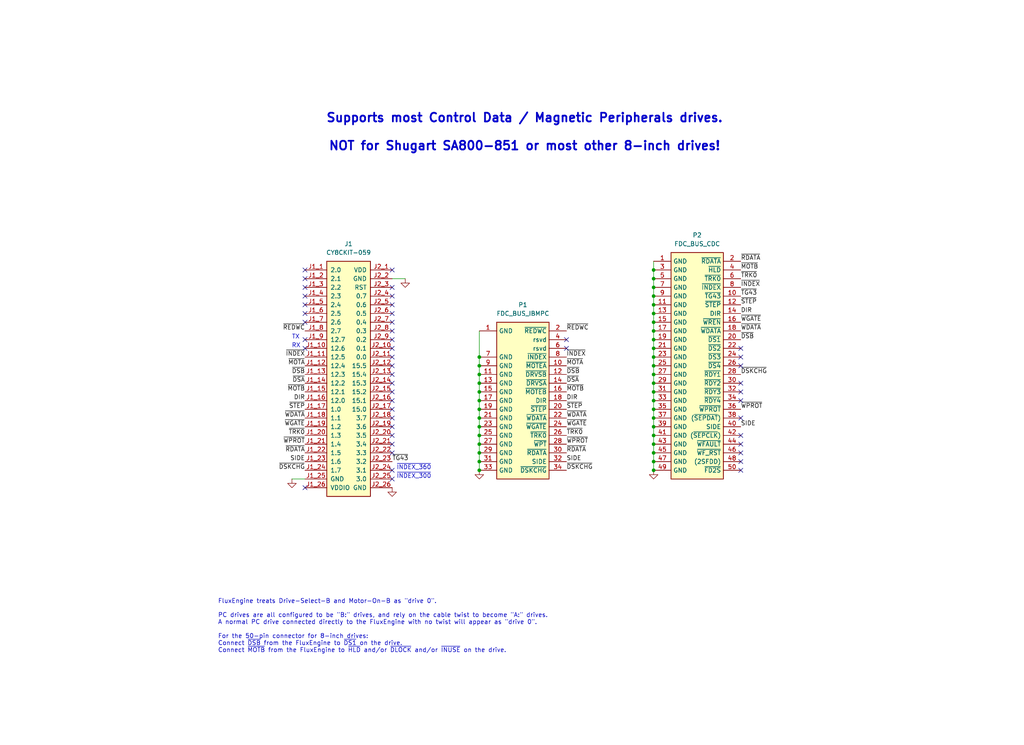
<source format=kicad_sch>
(kicad_sch (version 20231120) (generator "eeschema") (generator_version "8.0")
  (paper "User" 298.45 217.322)
  (title_block (title "FluxEngine_Hat for PC and CDC/MPI") (date "2024-04-25") (rev "002") (company "Brian K. White - b.kenyon.w@gmail.com") (comment 1 "CC BY-SA") (comment 2 "github.com/bkw777/FluxEngine_Kit"))
  (lib_symbols
    (symbol "000_LOCAL:CY8CKIT-059" (pin_names (offset 1.016))
      (property "Reference" "J" (at 0 34.29 0))
      (property "Value" "CY8CKIT-059" (at 0 -37.084 0))
      (symbol "CY8CKIT-059_1_1"
        (rectangle (start -6.35 33.02) (end 6.35 -35.56) (stroke (width 0.254)) (fill (type background)))
        (pin passive line (at -12.7 30.48 0) (length 6.35) (name "2.0") (number "J1_1"))
        (pin passive line (at -12.7 7.62 0) (length 6.35) (name "12.6") (number "J1_10"))
        (pin passive line (at -12.7 5.08 0) (length 6.35) (name "12.5") (number "J1_11"))
        (pin passive line (at -12.7 2.54 0) (length 6.35) (name "12.4") (number "J1_12"))
        (pin passive line (at -12.7 0 0) (length 6.35) (name "12.3") (number "J1_13"))
        (pin passive line (at -12.7 -2.54 0) (length 6.35) (name "12.2") (number "J1_14"))
        (pin passive line (at -12.7 -5.08 0) (length 6.35) (name "12.1") (number "J1_15"))
        (pin passive line (at -12.7 -7.62 0) (length 6.35) (name "12.0") (number "J1_16"))
        (pin passive line (at -12.7 -10.16 0) (length 6.35) (name "1.0") (number "J1_17"))
        (pin passive line (at -12.7 -12.7 0) (length 6.35) (name "1.1") (number "J1_18"))
        (pin passive line (at -12.7 -15.24 0) (length 6.35) (name "1.2") (number "J1_19"))
        (pin passive line (at -12.7 27.94 0) (length 6.35) (name "2.1") (number "J1_2"))
        (pin passive line (at -12.7 -17.78 0) (length 6.35) (name "1.3") (number "J1_20"))
        (pin passive line (at -12.7 -20.32 0) (length 6.35) (name "1.4") (number "J1_21"))
        (pin passive line (at -12.7 -22.86 0) (length 6.35) (name "1.5") (number "J1_22"))
        (pin passive line (at -12.7 -25.4 0) (length 6.35) (name "1.6") (number "J1_23"))
        (pin passive line (at -12.7 -27.94 0) (length 6.35) (name "1.7") (number "J1_24"))
        (pin passive line (at -12.7 -30.48 0) (length 6.35) (name "GND") (number "J1_25"))
        (pin passive line (at -12.7 -33.02 0) (length 6.35) (name "VDDIO") (number "J1_26"))
        (pin passive line (at -12.7 25.4 0) (length 6.35) (name "2.2") (number "J1_3"))
        (pin passive line (at -12.7 22.86 0) (length 6.35) (name "2.3") (number "J1_4"))
        (pin passive line (at -12.7 20.32 0) (length 6.35) (name "2.4") (number "J1_5"))
        (pin passive line (at -12.7 17.78 0) (length 6.35) (name "2.5") (number "J1_6"))
        (pin passive line (at -12.7 15.24 0) (length 6.35) (name "2.6") (number "J1_7"))
        (pin passive line (at -12.7 12.7 0) (length 6.35) (name "2.7") (number "J1_8"))
        (pin passive line (at -12.7 10.16 0) (length 6.35) (name "12.7") (number "J1_9"))
        (pin passive line (at 12.7 30.48 180) (length 6.35) (name "VDD") (number "J2_1"))
        (pin passive line (at 12.7 7.62 180) (length 6.35) (name "0.1") (number "J2_10"))
        (pin passive line (at 12.7 5.08 180) (length 6.35) (name "0.0") (number "J2_11"))
        (pin passive line (at 12.7 2.54 180) (length 6.35) (name "15.5") (number "J2_12"))
        (pin passive line (at 12.7 0 180) (length 6.35) (name "15.4") (number "J2_13"))
        (pin passive line (at 12.7 -2.54 180) (length 6.35) (name "15.3") (number "J2_14"))
        (pin passive line (at 12.7 -5.08 180) (length 6.35) (name "15.2") (number "J2_15"))
        (pin passive line (at 12.7 -7.62 180) (length 6.35) (name "15.1") (number "J2_16"))
        (pin passive line (at 12.7 -10.16 180) (length 6.35) (name "15.0") (number "J2_17"))
        (pin passive line (at 12.7 -12.7 180) (length 6.35) (name "3.7") (number "J2_18"))
        (pin passive line (at 12.7 -15.24 180) (length 6.35) (name "3.6") (number "J2_19"))
        (pin passive line (at 12.7 27.94 180) (length 6.35) (name "GND") (number "J2_2"))
        (pin passive line (at 12.7 -17.78 180) (length 6.35) (name "3.5") (number "J2_20"))
        (pin passive line (at 12.7 -20.32 180) (length 6.35) (name "3.4") (number "J2_21"))
        (pin passive line (at 12.7 -22.86 180) (length 6.35) (name "3.3") (number "J2_22"))
        (pin passive line (at 12.7 -25.4 180) (length 6.35) (name "3.2") (number "J2_23"))
        (pin passive line (at 12.7 -27.94 180) (length 6.35) (name "3.1") (number "J2_24"))
        (pin passive line (at 12.7 -30.48 180) (length 6.35) (name "3.0") (number "J2_25"))
        (pin passive line (at 12.7 -33.02 180) (length 6.35) (name "GND") (number "J2_26"))
        (pin passive line (at 12.7 25.4 180) (length 6.35) (name "RST") (number "J2_3"))
        (pin passive line (at 12.7 22.86 180) (length 6.35) (name "0.7") (number "J2_4"))
        (pin passive line (at 12.7 20.32 180) (length 6.35) (name "0.6") (number "J2_5"))
        (pin passive line (at 12.7 17.78 180) (length 6.35) (name "0.5") (number "J2_6"))
        (pin passive line (at 12.7 15.24 180) (length 6.35) (name "0.4") (number "J2_7"))
        (pin passive line (at 12.7 12.7 180) (length 6.35) (name "0.3") (number "J2_8"))
        (pin passive line (at 12.7 10.16 180) (length 6.35) (name "0.2") (number "J2_9"))
      )
    )
    (symbol "000_LOCAL:FDC_BUS_CDC" (pin_names (offset 0.635))
      (property "Reference" "J" (at 0 31.75 0))
      (property "Value" "FDC_BUS_CDC" (at 0 -37.084 0))
      (symbol "FDC_BUS_CDC_1_1"
        (rectangle (start -7.62 30.48) (end 7.62 -35.56) (stroke (width 0.254)) (fill (type background)))
        (pin passive line (at -12.7 27.94 0) (length 5.08) (name "GND") (number "1"))
        (pin passive line (at 12.7 17.78 180) (length 5.08) (name "~{TG43}") (number "10"))
        (pin passive line (at -12.7 15.24 0) (length 5.08) (name "GND") (number "11"))
        (pin passive line (at 12.7 15.24 180) (length 5.08) (name "~{STEP}") (number "12"))
        (pin passive line (at -12.7 12.7 0) (length 5.08) (name "GND") (number "13"))
        (pin passive line (at 12.7 12.7 180) (length 5.08) (name "DIR") (number "14"))
        (pin passive line (at -12.7 10.16 0) (length 5.08) (name "GND") (number "15"))
        (pin passive line (at 12.7 10.16 180) (length 5.08) (name "~{WREN}") (number "16"))
        (pin passive line (at -12.7 7.62 0) (length 5.08) (name "GND") (number "17"))
        (pin passive line (at 12.7 7.62 180) (length 5.08) (name "~{WDATA}") (number "18"))
        (pin passive line (at -12.7 5.08 0) (length 5.08) (name "GND") (number "19"))
        (pin passive line (at 12.7 27.94 180) (length 5.08) (name "~{RDATA}") (number "2"))
        (pin passive line (at 12.7 5.08 180) (length 5.08) (name "~{DS1}") (number "20"))
        (pin passive line (at -12.7 2.54 0) (length 5.08) (name "GND") (number "21"))
        (pin passive line (at 12.7 2.54 180) (length 5.08) (name "~{DS2}") (number "22"))
        (pin passive line (at -12.7 0 0) (length 5.08) (name "GND") (number "23"))
        (pin passive line (at 12.7 0 180) (length 5.08) (name "~{DS3}") (number "24"))
        (pin passive line (at -12.7 -2.54 0) (length 5.08) (name "GND") (number "25"))
        (pin passive line (at 12.7 -2.54 180) (length 5.08) (name "~{DS4}") (number "26"))
        (pin passive line (at -12.7 -5.08 0) (length 5.08) (name "GND") (number "27"))
        (pin passive line (at 12.7 -5.08 180) (length 5.08) (name "~{RDY1}") (number "28"))
        (pin passive line (at -12.7 -7.62 0) (length 5.08) (name "GND") (number "29"))
        (pin passive line (at -12.7 25.4 0) (length 5.08) (name "GND") (number "3"))
        (pin passive line (at 12.7 -7.62 180) (length 5.08) (name "~{RDY2}") (number "30"))
        (pin passive line (at -12.7 -10.16 0) (length 5.08) (name "GND") (number "31"))
        (pin passive line (at 12.7 -10.16 180) (length 5.08) (name "~{RDY3}") (number "32"))
        (pin passive line (at -12.7 -12.7 0) (length 5.08) (name "GND") (number "33"))
        (pin passive line (at 12.7 -12.7 180) (length 5.08) (name "~{RDY4}") (number "34"))
        (pin passive line (at -12.7 -15.24 0) (length 5.08) (name "GND") (number "35"))
        (pin passive line (at 12.7 -15.24 180) (length 5.08) (name "~{WPROT}") (number "36"))
        (pin passive line (at -12.7 -17.78 0) (length 5.08) (name "GND") (number "37"))
        (pin passive line (at 12.7 -17.78 180) (length 5.08) (name "(~{SEPDAT})") (number "38"))
        (pin passive line (at -12.7 -20.32 0) (length 5.08) (name "GND") (number "39"))
        (pin passive line (at 12.7 25.4 180) (length 5.08) (name "~{HLD}") (number "4"))
        (pin passive line (at 12.7 -20.32 180) (length 5.08) (name "SIDE") (number "40"))
        (pin passive line (at -12.7 -22.86 0) (length 5.08) (name "GND") (number "41"))
        (pin passive line (at 12.7 -22.86 180) (length 5.08) (name "(~{SEPCLK})") (number "42"))
        (pin passive line (at -12.7 -25.4 0) (length 5.08) (name "GND") (number "43"))
        (pin passive line (at 12.7 -25.4 180) (length 5.08) (name "~{WFAULT}") (number "44"))
        (pin passive line (at -12.7 -27.94 0) (length 5.08) (name "GND") (number "45"))
        (pin passive line (at 12.7 -27.94 180) (length 5.08) (name "~{WF_RST}") (number "46"))
        (pin passive line (at -12.7 -30.48 0) (length 5.08) (name "GND") (number "47"))
        (pin passive line (at 12.7 -30.48 180) (length 5.08) (name "(2SFDD)") (number "48"))
        (pin passive line (at -12.7 -33.02 0) (length 5.08) (name "GND") (number "49"))
        (pin passive line (at -12.7 22.86 0) (length 5.08) (name "GND") (number "5"))
        (pin passive line (at 12.7 -33.02 180) (length 5.08) (name "~{FD2S}") (number "50"))
        (pin passive line (at 12.7 22.86 180) (length 5.08) (name "~{TRK0}") (number "6"))
        (pin passive line (at -12.7 20.32 0) (length 5.08) (name "GND") (number "7"))
        (pin passive line (at 12.7 20.32 180) (length 5.08) (name "~{INDEX}") (number "8"))
        (pin passive line (at -12.7 17.78 0) (length 5.08) (name "GND") (number "9"))
      )
    )
    (symbol "000_LOCAL:FDC_BUS_IBMPC" (pin_names (offset 0.635))
      (property "Reference" "J" (at 0 24.13 0))
      (property "Value" "FDC_BUS_IBMPC" (at 0 -24.13 0))
      (symbol "FDC_BUS_IBMPC_1_1"
        (rectangle (start -7.62 22.86) (end 7.62 -22.86) (stroke (width 0.254)) (fill (type background)))
        (pin passive line (at -12.7 20.32 0) (length 5.08) (name "GND") (number "1"))
        (pin passive line (at 12.7 10.16 180) (length 5.08) (name "~{MOTEA}") (number "10"))
        (pin passive line (at -12.7 7.62 0) (length 5.08) (name "GND") (number "11"))
        (pin passive line (at 12.7 7.62 180) (length 5.08) (name "~{DRVSB}") (number "12"))
        (pin passive line (at -12.7 5.08 0) (length 5.08) (name "GND") (number "13"))
        (pin passive line (at 12.7 5.08 180) (length 5.08) (name "~{DRVSA}") (number "14"))
        (pin passive line (at -12.7 2.54 0) (length 5.08) (name "GND") (number "15"))
        (pin passive line (at 12.7 2.54 180) (length 5.08) (name "~{MOTEB}") (number "16"))
        (pin passive line (at -12.7 0 0) (length 5.08) (name "GND") (number "17"))
        (pin passive line (at 12.7 0 180) (length 5.08) (name "DIR") (number "18"))
        (pin passive line (at -12.7 -2.54 0) (length 5.08) (name "GND") (number "19"))
        (pin passive line (at 12.7 20.32 180) (length 5.08) (name "~{REDWC}") (number "2"))
        (pin passive line (at 12.7 -2.54 180) (length 5.08) (name "~{STEP}") (number "20"))
        (pin passive line (at -12.7 -5.08 0) (length 5.08) (name "GND") (number "21"))
        (pin passive line (at 12.7 -5.08 180) (length 5.08) (name "~{WDATA}") (number "22"))
        (pin passive line (at -12.7 -7.62 0) (length 5.08) (name "GND") (number "23"))
        (pin passive line (at 12.7 -7.62 180) (length 5.08) (name "~{WGATE}") (number "24"))
        (pin passive line (at -12.7 -10.16 0) (length 5.08) (name "GND") (number "25"))
        (pin passive line (at 12.7 -10.16 180) (length 5.08) (name "~{TRK0}") (number "26"))
        (pin passive line (at -12.7 -12.7 0) (length 5.08) (name "GND") (number "27"))
        (pin passive line (at 12.7 -12.7 180) (length 5.08) (name "~{WPT}") (number "28"))
        (pin passive line (at -12.7 -15.24 0) (length 5.08) (name "GND") (number "29"))
        (pin passive line (at 12.7 -15.24 180) (length 5.08) (name "~{RDATA}") (number "30"))
        (pin passive line (at -12.7 -17.78 0) (length 5.08) (name "GND") (number "31"))
        (pin passive line (at 12.7 -17.78 180) (length 5.08) (name "SIDE") (number "32"))
        (pin passive line (at -12.7 -20.32 0) (length 5.08) (name "GND") (number "33"))
        (pin passive line (at 12.7 -20.32 180) (length 5.08) (name "~{DSKCHG}") (number "34"))
        (pin passive line (at 12.7 17.78 180) (length 5.08) (name "rsvd") (number "4"))
        (pin passive line (at 12.7 15.24 180) (length 5.08) (name "rsvd") (number "6"))
        (pin passive line (at -12.7 12.7 0) (length 5.08) (name "GND") (number "7"))
        (pin passive line (at 12.7 12.7 180) (length 5.08) (name "~{INDEX}") (number "8"))
        (pin passive line (at -12.7 10.16 0) (length 5.08) (name "GND") (number "9"))
      )
    )
    (symbol "power:GND" (power) (pin_numbers hide) (pin_names (offset 0) hide)
      (property "Value" "GND" (at 0 -3.81 0))
      (symbol "GND_0_1"
        (polyline (pts (xy 0 0) (xy 0 -1.27) (xy 1.27 -1.27) (xy 0 -2.54) (xy -1.27 -1.27) (xy 0 -1.27)))
      )
      (symbol "GND_1_1"
        (pin power_in line (at 0 0 270) (length 0) (name "~") (number "1"))
      )
    )
  )
  (junction (at 190.5 121.92))
  (junction (at 139.7 114.3))
  (junction (at 190.5 91.44))
  (junction (at 190.5 116.84))
  (junction (at 190.5 81.28))
  (junction (at 190.5 114.3))
  (junction (at 190.5 88.9))
  (junction (at 190.5 86.36))
  (junction (at 139.7 109.22))
  (junction (at 190.5 137.16))
  (junction (at 190.5 78.74))
  (junction (at 190.5 119.38))
  (junction (at 139.7 132.08))
  (junction (at 190.5 101.6))
  (junction (at 190.5 109.22))
  (junction (at 139.7 127))
  (junction (at 139.7 129.54))
  (junction (at 190.5 106.68))
  (junction (at 190.5 132.08))
  (junction (at 139.7 116.84))
  (junction (at 190.5 96.52))
  (junction (at 190.5 124.46))
  (junction (at 190.5 104.14))
  (junction (at 139.7 124.46))
  (junction (at 190.5 93.98))
  (junction (at 139.7 137.16))
  (junction (at 190.5 99.06))
  (junction (at 139.7 119.38))
  (junction (at 190.5 134.62))
  (junction (at 190.5 83.82))
  (junction (at 139.7 106.68))
  (junction (at 139.7 104.14))
  (junction (at 190.5 111.76))
  (junction (at 190.5 127))
  (junction (at 139.7 111.76))
  (junction (at 190.5 129.54))
  (junction (at 139.7 121.92))
  (junction (at 139.7 134.62))
  (no_connect (at 88.9 86.36))
  (no_connect (at 215.9 129.54))
  (no_connect (at 88.9 93.98))
  (no_connect (at 215.9 127))
  (no_connect (at 88.9 91.44))
  (no_connect (at 88.9 99.06))
  (no_connect (at 88.9 83.82))
  (no_connect (at 215.9 134.62))
  (no_connect (at 88.9 101.6))
  (no_connect (at 114.3 139.7))
  (no_connect (at 215.9 116.84))
  (no_connect (at 88.9 78.74))
  (no_connect (at 215.9 104.14))
  (no_connect (at 114.3 83.82))
  (no_connect (at 215.9 111.76))
  (no_connect (at 114.3 121.92))
  (no_connect (at 114.3 101.6))
  (no_connect (at 114.3 137.16))
  (no_connect (at 114.3 78.74))
  (no_connect (at 114.3 124.46))
  (no_connect (at 114.3 99.06))
  (no_connect (at 114.3 86.36))
  (no_connect (at 114.3 109.22))
  (no_connect (at 215.9 121.92))
  (no_connect (at 88.9 142.24))
  (no_connect (at 215.9 101.6))
  (no_connect (at 215.9 132.08))
  (no_connect (at 114.3 116.84))
  (no_connect (at 114.3 127))
  (no_connect (at 114.3 88.9))
  (no_connect (at 114.3 96.52))
  (no_connect (at 114.3 91.44))
  (no_connect (at 215.9 137.16))
  (no_connect (at 114.3 132.08))
  (no_connect (at 215.9 114.3))
  (no_connect (at 114.3 93.98))
  (no_connect (at 114.3 119.38))
  (no_connect (at 114.3 111.76))
  (no_connect (at 88.9 81.28))
  (no_connect (at 114.3 114.3))
  (no_connect (at 215.9 106.68))
  (no_connect (at 114.3 129.54))
  (no_connect (at 114.3 106.68))
  (no_connect (at 88.9 88.9))
  (no_connect (at 165.1 99.06))
  (no_connect (at 165.1 101.6))
  (no_connect (at 114.3 104.14))
  (wire (pts (xy 139.7 96.52) (xy 139.7 104.14)))
  (wire (pts (xy 190.5 114.3) (xy 190.5 116.84)))
  (wire (pts (xy 114.3 81.28) (xy 118.11 81.28)))
  (wire (pts (xy 190.5 119.38) (xy 190.5 121.92)))
  (wire (pts (xy 139.7 114.3) (xy 139.7 116.84)))
  (wire (pts (xy 190.5 106.68) (xy 190.5 109.22)))
  (wire (pts (xy 190.5 86.36) (xy 190.5 88.9)))
  (wire (pts (xy 190.5 129.54) (xy 190.5 132.08)))
  (wire (pts (xy 88.9 139.7) (xy 85.09 139.7)))
  (wire (pts (xy 139.7 116.84) (xy 139.7 119.38)))
  (wire (pts (xy 139.7 104.14) (xy 139.7 106.68)))
  (wire (pts (xy 190.5 132.08) (xy 190.5 134.62)))
  (wire (pts (xy 190.5 88.9) (xy 190.5 91.44)))
  (wire (pts (xy 190.5 81.28) (xy 190.5 83.82)))
  (wire (pts (xy 139.7 106.68) (xy 139.7 109.22)))
  (wire (pts (xy 190.5 134.62) (xy 190.5 137.16)))
  (wire (pts (xy 139.7 134.62) (xy 139.7 137.16)))
  (wire (pts (xy 190.5 78.74) (xy 190.5 81.28)))
  (wire (pts (xy 139.7 121.92) (xy 139.7 124.46)))
  (wire (pts (xy 139.7 119.38) (xy 139.7 121.92)))
  (wire (pts (xy 190.5 76.2) (xy 190.5 78.74)))
  (wire (pts (xy 190.5 109.22) (xy 190.5 111.76)))
  (wire (pts (xy 190.5 99.06) (xy 190.5 101.6)))
  (wire (pts (xy 139.7 129.54) (xy 139.7 132.08)))
  (wire (pts (xy 139.7 109.22) (xy 139.7 111.76)))
  (wire (pts (xy 190.5 83.82) (xy 190.5 86.36)))
  (wire (pts (xy 139.7 127) (xy 139.7 129.54)))
  (wire (pts (xy 190.5 96.52) (xy 190.5 99.06)))
  (wire (pts (xy 139.7 132.08) (xy 139.7 134.62)))
  (wire (pts (xy 190.5 127) (xy 190.5 129.54)))
  (wire (pts (xy 190.5 91.44) (xy 190.5 93.98)))
  (wire (pts (xy 190.5 121.92) (xy 190.5 124.46)))
  (wire (pts (xy 139.7 124.46) (xy 139.7 127)))
  (wire (pts (xy 190.5 116.84) (xy 190.5 119.38)))
  (wire (pts (xy 190.5 93.98) (xy 190.5 96.52)))
  (wire (pts (xy 190.5 124.46) (xy 190.5 127)))
  (wire (pts (xy 190.5 104.14) (xy 190.5 106.68)))
  (wire (pts (xy 190.5 101.6) (xy 190.5 104.14)))
  (wire (pts (xy 139.7 111.76) (xy 139.7 114.3)))
  (wire (pts (xy 190.5 111.76) (xy 190.5 114.3)))
  (text "~{INDEX_300}" (at 115.57 139.7 0) (effects (font (size 1.2446 1.2446)) (justify left bottom)))
  (text "TX" (at 87.376 99.06 0) (effects (font (size 1.2446 1.2446)) (justify right bottom)))
  (text "RX" (at 87.63 101.6 0) (effects (font (size 1.2446 1.2446)) (justify right bottom)))
  (text "~{INDEX_360}" (at 115.57 137.16 0) (effects (font (size 1.2446 1.2446)) (justify left bottom)))
  (text "Supports most Control Data / Magnetic Peripherals drives.\n\nNOT for Shugart SA800-851 or most other 8-inch drives!\n" (at 152.908 38.608 0) (effects (font (size 2.54 2.54) (thickness 0.508) (bold yes))))
  (text "FluxEngine treats Drive-Select-B and Motor-On-B as \"drive 0\".\n\nPC drives are all configured to be \"B:\" drives, and rely on the cable twist to become \"A:\" drives.\nA normal PC drive connected directly to the FluxEngine with no twist will appear as \"drive 0\".\n\nFor the 50-pin connector for 8-inch drives:\nConnect ~{DSB} from the FluxEngine to ~{DS1} on the drive.\nConnect ~{MOTB} from the FluxEngine to ~{HLD} and/or ~{DLOCK} and/or ~{INUSE} on the drive.\n" (at 63.5 190.5 0) (effects (font (size 1.27 1.27)) (justify left bottom)))
  (label "~{WDATA}" (at 165.1 121.92 0) (effects (font (size 1.2446 1.2446))))
  (label "~{WDATA}" (at 215.9 96.52 0) (effects (font (size 1.2446 1.2446))))
  (label "~{REDWC}" (at 88.9 96.52 180) (effects (font (size 1.2446 1.2446))))
  (label "~{MOTA}" (at 165.1 106.68 0) (effects (font (size 1.2446 1.2446))))
  (label "~{DSKCHG}" (at 215.9 109.22 0) (effects (font (size 1.2446 1.2446))))
  (label "~{DSA}" (at 88.9 111.76 180) (effects (font (size 1.2446 1.2446))))
  (label "~{MOTB}" (at 215.9 78.74 0) (effects (font (size 1.2446 1.2446))))
  (label "~{TG43}" (at 215.9 86.36 0) (effects (font (size 1.2446 1.2446))))
  (label "~{WPROT}" (at 165.1 129.54 0) (effects (font (size 1.2446 1.2446))))
  (label "~{WGATE}" (at 165.1 124.46 0) (effects (font (size 1.2446 1.2446))))
  (label "~{WPROT}" (at 88.9 129.54 180) (effects (font (size 1.2446 1.2446))))
  (label "~{MOTA}" (at 88.9 106.68 180) (effects (font (size 1.2446 1.2446))))
  (label "~{REDWC}" (at 165.1 96.52 0) (effects (font (size 1.2446 1.2446))))
  (label "SIDE" (at 165.1 134.62 0) (effects (font (size 1.2446 1.2446))))
  (label "~{WDATA}" (at 88.9 121.92 180) (effects (font (size 1.2446 1.2446))))
  (label "~{TRK0}" (at 165.1 127 0) (effects (font (size 1.2446 1.2446))))
  (label "~{WPROT}" (at 215.9 119.38 0) (effects (font (size 1.2446 1.2446))))
  (label "~{RDATA}" (at 165.1 132.08 0) (effects (font (size 1.2446 1.2446))))
  (label "~{WGATE}" (at 215.9 93.98 0) (effects (font (size 1.2446 1.2446))))
  (label "~{INDEX}" (at 215.9 83.82 0) (effects (font (size 1.2446 1.2446))))
  (label "~{STEP}" (at 165.1 119.38 0) (effects (font (size 1.2446 1.2446))))
  (label "~{TRK0}" (at 215.9 81.28 0) (effects (font (size 1.2446 1.2446))))
  (label "~{DSKCHG}" (at 88.9 137.16 180) (effects (font (size 1.2446 1.2446))))
  (label "~{STEP}" (at 88.9 119.38 180) (effects (font (size 1.2446 1.2446))))
  (label "SIDE" (at 88.9 134.62 180) (effects (font (size 1.2446 1.2446))))
  (label "~{DSKCHG}" (at 165.1 137.16 0) (effects (font (size 1.2446 1.2446))))
  (label "~{TRK0}" (at 88.9 127 180) (effects (font (size 1.2446 1.2446))))
  (label "~{RDATA}" (at 215.9 76.2 0) (effects (font (size 1.2446 1.2446))))
  (label "~{STEP}" (at 215.9 88.9 0) (effects (font (size 1.2446 1.2446))))
  (label "SIDE" (at 215.9 124.46 0) (effects (font (size 1.2446 1.2446))))
  (label "~{DSB}" (at 165.1 109.22 0) (effects (font (size 1.2446 1.2446))))
  (label "~{DSA}" (at 165.1 111.76 0) (effects (font (size 1.2446 1.2446))))
  (label "~{INDEX}" (at 165.1 104.14 0) (effects (font (size 1.2446 1.2446))))
  (label "DIR" (at 88.9 116.84 180) (effects (font (size 1.2446 1.2446))))
  (label "~{MOTB}" (at 88.9 114.3 180) (effects (font (size 1.2446 1.2446))))
  (label "~{WGATE}" (at 88.9 124.46 180) (effects (font (size 1.2446 1.2446))))
  (label "~{DSB}" (at 215.9 99.06 0) (effects (font (size 1.2446 1.2446))))
  (label "~{TG43}" (at 114.3 134.62 0) (effects (font (size 1.2446 1.2446))))
  (label "~{RDATA}" (at 88.9 132.08 180) (effects (font (size 1.2446 1.2446))))
  (label "DIR" (at 165.1 116.84 0) (effects (font (size 1.2446 1.2446))))
  (label "~{DSB}" (at 88.9 109.22 180) (effects (font (size 1.2446 1.2446))))
  (label "DIR" (at 215.9 91.44 0) (effects (font (size 1.2446 1.2446))))
  (label "~{INDEX}" (at 88.9 104.14 180) (effects (font (size 1.2446 1.2446))))
  (label "~{MOTB}" (at 165.1 114.3 0) (effects (font (size 1.2446 1.2446))))
  (symbol (lib_id "000_LOCAL:FDC_BUS_CDC") (at 203.2 104.14 0) (unit 1)
    (property "Reference" "P2" (at 203.2 68.58 0))
    (property "Value" "FDC_BUS_CDC" (at 203.2 71.12 0))
    (property "Footprint" "000_LOCAL:IDC-Header_2x25_P2.54mm_Latch_Vertical" (effects (hide yes)))
    (property "Datasheet" "datasheets/CDC_FDD_pinouts.png" (effects (hide yes)))
    (property "Description" "Control Data / Magnetic Peripherals \"STD\" floppy drive bus for most CDC/MPI models" (effects (hide yes)))
  )
  (symbol (lib_id "power:GND") (at 114.3 142.24 0) (unit 1)
    (property "Reference" "#PWR06" (effects (hide yes)))
    (property "Value" "GND" (effects (hide yes)))
    (property "Description" "Power symbol creates a global label with name \"GND\" , ground" (effects (hide yes)))
  )
  (symbol (lib_id "000_LOCAL:CY8CKIT-059") (at 101.6 109.22 0) (unit 1)
    (property "Reference" "J1" (at 101.6 71.12 0))
    (property "Value" "CY8CKIT-059" (at 101.6 73.66 0))
    (property "Footprint" "000_LOCAL:CY8CKIT-059 dry fit" (effects (hide yes)))
    (property "Datasheet" "datasheets/CY8CKIT-059.pdf" (effects (hide yes)))
    (property "Description" "Infineon Cypress CY8CKIT-059 Arm & CPLD eval board " (effects (hide yes)))
  )
  (symbol (lib_id "power:GND") (at 118.11 81.28 0) (mirror y) (unit 1)
    (property "Reference" "#PWR08" (effects (hide yes)))
    (property "Value" "GND" (effects (hide yes)))
    (property "Description" "Power symbol creates a global label with name \"GND\" , ground" (effects (hide yes)))
  )
  (symbol (lib_id "000_LOCAL:FDC_BUS_IBMPC") (at 152.4 116.84 0) (unit 1)
    (property "Reference" "P1" (at 152.4 88.9 0))
    (property "Value" "FDC_BUS_IBMPC" (at 152.4 91.44 0))
    (property "Footprint" "000_LOCAL:IDC-Header_2x17_P2.54mm_Latch_Vertical - FDD" (effects (hide yes)))
    (property "Datasheet" "datasheets/fdd-bus-interface-34p_5.25inch.png" (effects (hide yes)))
    (property "Description" "34-pin IBM PC floppy drive interface, host-side, pins 3 & 5 removed" (effects (hide yes)))
  )
  (symbol (lib_id "power:GND") (at 139.7 137.16 0) (unit 1)
    (property "Reference" "#PWR07" (effects (hide yes)))
    (property "Value" "GND" (effects (hide yes)))
    (property "Description" "Power symbol creates a global label with name \"GND\" , ground" (effects (hide yes)))
  )
  (symbol (lib_id "power:GND") (at 190.5 137.16 0) (unit 1)
    (property "Reference" "#PWR02" (effects (hide yes)))
    (property "Value" "GND" (effects (hide yes)))
    (property "Description" "Power symbol creates a global label with name \"GND\" , ground" (effects (hide yes)))
  )
  (symbol (lib_id "power:GND") (at 85.09 139.7 0) (mirror y) (unit 1)
    (property "Reference" "#PWR04" (effects (hide yes)))
    (property "Value" "GND" (effects (hide yes)))
    (property "Description" "Power symbol creates a global label with name \"GND\" , ground" (effects (hide yes)))
  )
)
</source>
